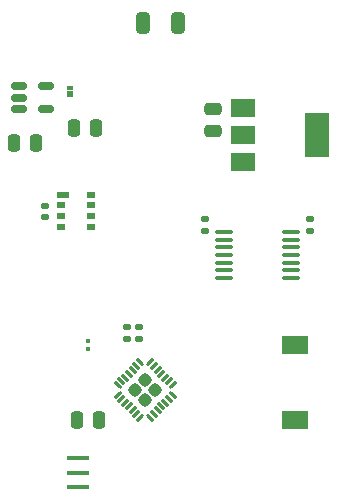
<source format=gtp>
G04 #@! TF.GenerationSoftware,KiCad,Pcbnew,(6.0.2)*
G04 #@! TF.CreationDate,2022-09-22T18:34:12-04:00*
G04 #@! TF.ProjectId,Control Board,436f6e74-726f-46c2-9042-6f6172642e6b,rev?*
G04 #@! TF.SameCoordinates,Original*
G04 #@! TF.FileFunction,Paste,Top*
G04 #@! TF.FilePolarity,Positive*
%FSLAX46Y46*%
G04 Gerber Fmt 4.6, Leading zero omitted, Abs format (unit mm)*
G04 Created by KiCad (PCBNEW (6.0.2)) date 2022-09-22 18:34:12*
%MOMM*%
%LPD*%
G01*
G04 APERTURE LIST*
G04 Aperture macros list*
%AMRoundRect*
0 Rectangle with rounded corners*
0 $1 Rounding radius*
0 $2 $3 $4 $5 $6 $7 $8 $9 X,Y pos of 4 corners*
0 Add a 4 corners polygon primitive as box body*
4,1,4,$2,$3,$4,$5,$6,$7,$8,$9,$2,$3,0*
0 Add four circle primitives for the rounded corners*
1,1,$1+$1,$2,$3*
1,1,$1+$1,$4,$5*
1,1,$1+$1,$6,$7*
1,1,$1+$1,$8,$9*
0 Add four rect primitives between the rounded corners*
20,1,$1+$1,$2,$3,$4,$5,0*
20,1,$1+$1,$4,$5,$6,$7,0*
20,1,$1+$1,$6,$7,$8,$9,0*
20,1,$1+$1,$8,$9,$2,$3,0*%
%AMFreePoly0*
4,1,14,0.318306,0.106694,0.381693,0.043306,0.400000,-0.000888,0.400000,-0.062500,0.381693,-0.106694,0.337500,-0.125000,-0.337500,-0.125000,-0.381693,-0.106694,-0.400000,-0.062500,-0.400000,0.062500,-0.381693,0.106694,-0.337500,0.125000,0.274112,0.125000,0.318306,0.106694,0.318306,0.106694,$1*%
%AMFreePoly1*
4,1,14,0.381693,0.106694,0.400000,0.062500,0.400000,0.000888,0.381693,-0.043306,0.318306,-0.106694,0.274112,-0.125000,-0.337500,-0.125000,-0.381693,-0.106694,-0.400000,-0.062500,-0.400000,0.062500,-0.381693,0.106694,-0.337500,0.125000,0.337500,0.125000,0.381693,0.106694,0.381693,0.106694,$1*%
%AMFreePoly2*
4,1,14,0.106694,0.381693,0.125000,0.337500,0.125000,-0.337500,0.106694,-0.381693,0.062500,-0.400000,-0.062500,-0.400000,-0.106694,-0.381693,-0.125000,-0.337500,-0.125000,0.274112,-0.106694,0.318306,-0.043306,0.381693,0.000888,0.400000,0.062500,0.400000,0.106694,0.381693,0.106694,0.381693,$1*%
%AMFreePoly3*
4,1,14,0.043306,0.381693,0.106694,0.318306,0.125000,0.274112,0.125000,-0.337500,0.106694,-0.381693,0.062500,-0.400000,-0.062500,-0.400000,-0.106694,-0.381693,-0.125000,-0.337500,-0.125000,0.337500,-0.106694,0.381693,-0.062500,0.400000,-0.000888,0.400000,0.043306,0.381693,0.043306,0.381693,$1*%
%AMFreePoly4*
4,1,14,0.381693,0.106694,0.400000,0.062500,0.400000,-0.062500,0.381693,-0.106694,0.337500,-0.125000,-0.274112,-0.125000,-0.318306,-0.106694,-0.381693,-0.043306,-0.400000,0.000888,-0.400000,0.062500,-0.381693,0.106694,-0.337500,0.125000,0.337500,0.125000,0.381693,0.106694,0.381693,0.106694,$1*%
%AMFreePoly5*
4,1,14,0.381693,0.106694,0.400000,0.062500,0.400000,-0.062500,0.381693,-0.106694,0.337500,-0.125000,-0.337500,-0.125000,-0.381693,-0.106694,-0.400000,-0.062500,-0.400000,-0.000888,-0.381693,0.043306,-0.318306,0.106694,-0.274112,0.125000,0.337500,0.125000,0.381693,0.106694,0.381693,0.106694,$1*%
%AMFreePoly6*
4,1,14,0.106694,0.381693,0.125000,0.337500,0.125000,-0.274112,0.106694,-0.318306,0.043306,-0.381693,-0.000888,-0.400000,-0.062500,-0.400000,-0.106694,-0.381693,-0.125000,-0.337500,-0.125000,0.337500,-0.106694,0.381693,-0.062500,0.400000,0.062500,0.400000,0.106694,0.381693,0.106694,0.381693,$1*%
%AMFreePoly7*
4,1,14,0.106694,0.381693,0.125000,0.337500,0.125000,-0.337500,0.106694,-0.381693,0.062500,-0.400000,0.000888,-0.400000,-0.043306,-0.381693,-0.106694,-0.318306,-0.125000,-0.274112,-0.125000,0.337500,-0.106694,0.381693,-0.062500,0.400000,0.062500,0.400000,0.106694,0.381693,0.106694,0.381693,$1*%
G04 Aperture macros list end*
%ADD10RoundRect,0.250000X-0.325000X-0.650000X0.325000X-0.650000X0.325000X0.650000X-0.325000X0.650000X0*%
%ADD11RoundRect,0.100000X-0.637500X-0.100000X0.637500X-0.100000X0.637500X0.100000X-0.637500X0.100000X0*%
%ADD12RoundRect,0.135000X-0.185000X0.135000X-0.185000X-0.135000X0.185000X-0.135000X0.185000X0.135000X0*%
%ADD13RoundRect,0.150000X-0.512500X-0.150000X0.512500X-0.150000X0.512500X0.150000X-0.512500X0.150000X0*%
%ADD14RoundRect,0.250000X-0.250000X-0.475000X0.250000X-0.475000X0.250000X0.475000X-0.250000X0.475000X0*%
%ADD15R,2.000000X1.500000*%
%ADD16R,2.000000X3.800000*%
%ADD17RoundRect,0.079500X-0.100500X0.079500X-0.100500X-0.079500X0.100500X-0.079500X0.100500X0.079500X0*%
%ADD18RoundRect,0.140000X-0.170000X0.140000X-0.170000X-0.140000X0.170000X-0.140000X0.170000X0.140000X0*%
%ADD19R,2.200000X1.500000*%
%ADD20RoundRect,0.250000X0.475000X-0.250000X0.475000X0.250000X-0.475000X0.250000X-0.475000X-0.250000X0*%
%ADD21RoundRect,0.242500X0.000000X-0.342947X0.342947X0.000000X0.000000X0.342947X-0.342947X0.000000X0*%
%ADD22FreePoly0,45.000000*%
%ADD23RoundRect,0.062500X-0.194454X-0.282843X0.282843X0.194454X0.194454X0.282843X-0.282843X-0.194454X0*%
%ADD24FreePoly1,45.000000*%
%ADD25FreePoly2,45.000000*%
%ADD26RoundRect,0.062500X0.194454X-0.282843X0.282843X-0.194454X-0.194454X0.282843X-0.282843X0.194454X0*%
%ADD27FreePoly3,45.000000*%
%ADD28FreePoly4,45.000000*%
%ADD29FreePoly5,45.000000*%
%ADD30FreePoly6,45.000000*%
%ADD31FreePoly7,45.000000*%
%ADD32RoundRect,0.140000X0.170000X-0.140000X0.170000X0.140000X-0.170000X0.140000X-0.170000X-0.140000X0*%
%ADD33R,0.579000X0.332000*%
%ADD34R,0.579000X0.507000*%
%ADD35R,1.900000X0.400000*%
%ADD36R,0.800000X0.500000*%
%ADD37R,1.000000X0.500000*%
G04 APERTURE END LIST*
D10*
X134825000Y-81915000D03*
X131875000Y-81915000D03*
D11*
X144467500Y-99650000D03*
X144467500Y-100300000D03*
X144467500Y-100950000D03*
X144467500Y-101600000D03*
X144467500Y-102250000D03*
X144467500Y-102900000D03*
X144467500Y-103550000D03*
X138742500Y-103550000D03*
X138742500Y-102900000D03*
X138742500Y-102250000D03*
X138742500Y-101600000D03*
X138742500Y-100950000D03*
X138742500Y-100300000D03*
X138742500Y-99650000D03*
D12*
X131572000Y-107694000D03*
X131572000Y-108714000D03*
X130556000Y-107694000D03*
X130556000Y-108714000D03*
D13*
X123692500Y-87315000D03*
X123692500Y-89215000D03*
X121417500Y-89215000D03*
X121417500Y-88265000D03*
X121417500Y-87315000D03*
D14*
X122870000Y-92075000D03*
X120970000Y-92075000D03*
X126304000Y-115570000D03*
X128204000Y-115570000D03*
D15*
X140360000Y-93740000D03*
X140360000Y-91440000D03*
D16*
X146660000Y-91440000D03*
D15*
X140360000Y-89140000D03*
D17*
X127254000Y-109565000D03*
X127254000Y-108875000D03*
D18*
X137160000Y-99540000D03*
X137160000Y-98580000D03*
D19*
X144780000Y-115545000D03*
X144780000Y-109245000D03*
D14*
X127950000Y-90805000D03*
X126050000Y-90805000D03*
D20*
X137795000Y-89220000D03*
X137795000Y-91120000D03*
D21*
X132080000Y-112181472D03*
X131231472Y-113030000D03*
X132080000Y-113878528D03*
X132928528Y-113030000D03*
D22*
X129746548Y-113454264D03*
D23*
X130064746Y-113772462D03*
X130382944Y-114090660D03*
X130701142Y-114408858D03*
X131019340Y-114727056D03*
X131337538Y-115045254D03*
D24*
X131655736Y-115363452D03*
D25*
X132504264Y-115363452D03*
D26*
X132822462Y-115045254D03*
X133140660Y-114727056D03*
X133458858Y-114408858D03*
X133777056Y-114090660D03*
X134095254Y-113772462D03*
D27*
X134413452Y-113454264D03*
D28*
X134413452Y-112605736D03*
D23*
X134095254Y-112287538D03*
X133777056Y-111969340D03*
X133458858Y-111651142D03*
X133140660Y-111332944D03*
X132822462Y-111014746D03*
D29*
X132504264Y-110696548D03*
D30*
X131655736Y-110696548D03*
D26*
X131337538Y-111014746D03*
X131019340Y-111332944D03*
X130701142Y-111651142D03*
X130382944Y-111969340D03*
X130064746Y-112287538D03*
D31*
X129746548Y-112605736D03*
D18*
X146050000Y-99540000D03*
X146050000Y-98580000D03*
D32*
X123571000Y-97437000D03*
X123571000Y-98397000D03*
D33*
X125730000Y-87430000D03*
D34*
X125730000Y-88000000D03*
D35*
X126365000Y-121215000D03*
X126365000Y-120015000D03*
X126365000Y-118815000D03*
D36*
X127488000Y-96490000D03*
X127488000Y-97390000D03*
X127488000Y-98290000D03*
X127488000Y-99190000D03*
X124988000Y-99190000D03*
X124988000Y-98290000D03*
X124988000Y-97390000D03*
D37*
X125088000Y-96490000D03*
M02*

</source>
